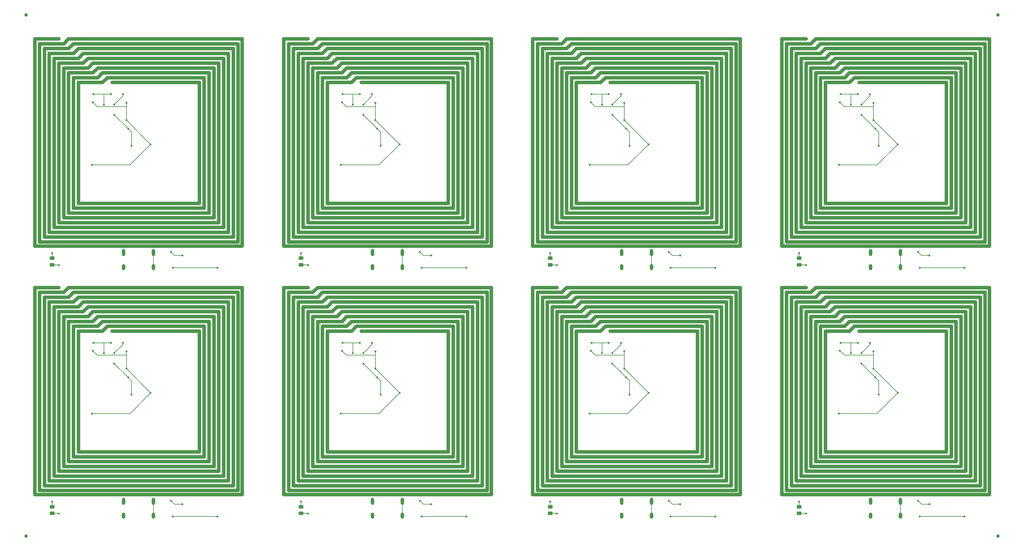
<source format=gbr>
%TF.GenerationSoftware,KiCad,Pcbnew,8.0.9-8.0.9-0~ubuntu24.04.1*%
%TF.CreationDate,2025-07-17T17:50:55+05:00*%
%TF.ProjectId,panel_170725,70616e65-6c5f-4313-9730-3732352e6b69,rev?*%
%TF.SameCoordinates,Original*%
%TF.FileFunction,Copper,L2,Bot*%
%TF.FilePolarity,Positive*%
%FSLAX46Y46*%
G04 Gerber Fmt 4.6, Leading zero omitted, Abs format (unit mm)*
G04 Created by KiCad (PCBNEW 8.0.9-8.0.9-0~ubuntu24.04.1) date 2025-07-17 17:50:55*
%MOMM*%
%LPD*%
G01*
G04 APERTURE LIST*
G04 Aperture macros list*
%AMRoundRect*
0 Rectangle with rounded corners*
0 $1 Rounding radius*
0 $2 $3 $4 $5 $6 $7 $8 $9 X,Y pos of 4 corners*
0 Add a 4 corners polygon primitive as box body*
4,1,4,$2,$3,$4,$5,$6,$7,$8,$9,$2,$3,0*
0 Add four circle primitives for the rounded corners*
1,1,$1+$1,$2,$3*
1,1,$1+$1,$4,$5*
1,1,$1+$1,$6,$7*
1,1,$1+$1,$8,$9*
0 Add four rect primitives between the rounded corners*
20,1,$1+$1,$2,$3,$4,$5,0*
20,1,$1+$1,$4,$5,$6,$7,0*
20,1,$1+$1,$6,$7,$8,$9,0*
20,1,$1+$1,$8,$9,$2,$3,0*%
G04 Aperture macros list end*
%TA.AperFunction,ComponentPad*%
%ADD10O,1.000000X2.100000*%
%TD*%
%TA.AperFunction,ComponentPad*%
%ADD11O,1.000000X1.800000*%
%TD*%
%TA.AperFunction,SMDPad,CuDef*%
%ADD12C,1.000000*%
%TD*%
%TA.AperFunction,SMDPad,CuDef*%
%ADD13RoundRect,0.243750X-0.456250X0.243750X-0.456250X-0.243750X0.456250X-0.243750X0.456250X0.243750X0*%
%TD*%
%TA.AperFunction,ViaPad*%
%ADD14C,0.600000*%
%TD*%
%TA.AperFunction,Conductor*%
%ADD15C,0.200000*%
%TD*%
%TA.AperFunction,Conductor*%
%ADD16C,1.000000*%
%TD*%
G04 APERTURE END LIST*
D10*
%TO.P,J1,S1,SHIELD*%
%TO.N,Board_1-GND*%
X108180000Y-91396500D03*
D11*
X108180000Y-95576500D03*
D10*
X116820000Y-91396500D03*
D11*
X116820000Y-95576500D03*
%TD*%
D10*
%TO.P,J1,S1,SHIELD*%
%TO.N,Board_5-GND*%
X108180000Y-163396500D03*
D11*
X108180000Y-167576500D03*
D10*
X116820000Y-163396500D03*
D11*
X116820000Y-167576500D03*
%TD*%
D10*
%TO.P,J1,S1,SHIELD*%
%TO.N,Board_6-GND*%
X180180000Y-163396500D03*
D11*
X180180000Y-167576500D03*
D10*
X188820000Y-163396500D03*
D11*
X188820000Y-167576500D03*
%TD*%
D10*
%TO.P,J1,S1,SHIELD*%
%TO.N,Board_2-GND*%
X180180000Y-91396500D03*
D11*
X180180000Y-95576500D03*
D10*
X188820000Y-91396500D03*
D11*
X188820000Y-95576500D03*
%TD*%
D10*
%TO.P,J1,S1,SHIELD*%
%TO.N,Board_7-GND*%
X252180000Y-163396500D03*
D11*
X252180000Y-167576500D03*
D10*
X260820000Y-163396500D03*
D11*
X260820000Y-167576500D03*
%TD*%
D10*
%TO.P,J1,S1,SHIELD*%
%TO.N,Board_3-GND*%
X252180000Y-91396500D03*
D11*
X252180000Y-95576500D03*
D10*
X260820000Y-91396500D03*
D11*
X260820000Y-95576500D03*
%TD*%
D10*
%TO.P,J1,S1,SHIELD*%
%TO.N,Board_4-GND*%
X36180000Y-163396500D03*
D11*
X36180000Y-167576500D03*
D10*
X44820000Y-163396500D03*
D11*
X44820000Y-167576500D03*
%TD*%
D10*
%TO.P,J1,S1,SHIELD*%
%TO.N,Board_0-GND*%
X36180000Y-91396500D03*
D11*
X36180000Y-95576500D03*
D10*
X44820000Y-91396500D03*
D11*
X44820000Y-95576500D03*
%TD*%
D12*
%TO.P,KiKit_FID_B_4,*%
%TO.N,*%
X289000000Y-173503500D03*
%TD*%
D13*
%TO.P,D1,1,K*%
%TO.N,Board_7-Net-(D1-K)*%
X231500000Y-165001500D03*
%TO.P,D1,2,A*%
%TO.N,Board_7-+3.3V*%
X231500000Y-166876500D03*
%TD*%
%TO.P,D1,1,K*%
%TO.N,Board_6-Net-(D1-K)*%
X159500000Y-165001500D03*
%TO.P,D1,2,A*%
%TO.N,Board_6-+3.3V*%
X159500000Y-166876500D03*
%TD*%
%TO.P,D1,1,K*%
%TO.N,Board_0-Net-(D1-K)*%
X15500000Y-93001500D03*
%TO.P,D1,2,A*%
%TO.N,Board_0-+3.3V*%
X15500000Y-94876500D03*
%TD*%
D12*
%TO.P,KiKit_FID_B_3,*%
%TO.N,*%
X8000000Y-173503500D03*
%TD*%
D13*
%TO.P,D1,1,K*%
%TO.N,Board_3-Net-(D1-K)*%
X231500000Y-93001500D03*
%TO.P,D1,2,A*%
%TO.N,Board_3-+3.3V*%
X231500000Y-94876500D03*
%TD*%
D12*
%TO.P,KiKit_FID_B_1,*%
%TO.N,*%
X8000000Y-22500000D03*
%TD*%
D13*
%TO.P,D1,1,K*%
%TO.N,Board_5-Net-(D1-K)*%
X87500000Y-165001500D03*
%TO.P,D1,2,A*%
%TO.N,Board_5-+3.3V*%
X87500000Y-166876500D03*
%TD*%
%TO.P,D1,1,K*%
%TO.N,Board_1-Net-(D1-K)*%
X87500000Y-93001500D03*
%TO.P,D1,2,A*%
%TO.N,Board_1-+3.3V*%
X87500000Y-94876500D03*
%TD*%
D12*
%TO.P,KiKit_FID_B_2,*%
%TO.N,*%
X289000000Y-22500000D03*
%TD*%
D13*
%TO.P,D1,1,K*%
%TO.N,Board_4-Net-(D1-K)*%
X15500000Y-165001500D03*
%TO.P,D1,2,A*%
%TO.N,Board_4-+3.3V*%
X15500000Y-166876500D03*
%TD*%
%TO.P,D1,1,K*%
%TO.N,Board_2-Net-(D1-K)*%
X159500000Y-93001500D03*
%TO.P,D1,2,A*%
%TO.N,Board_2-+3.3V*%
X159500000Y-94876500D03*
%TD*%
D14*
%TO.N,Board_0-+3.3V*%
X17500000Y-95001500D03*
X27300000Y-47801500D03*
X44000000Y-60001500D03*
X37000000Y-48001500D03*
X37000000Y-53001500D03*
X27000000Y-66001500D03*
%TO.N,Board_0-GND*%
X38500000Y-60489500D03*
X33500000Y-48501500D03*
X30500000Y-48501500D03*
X37500000Y-55501500D03*
X33500000Y-51501500D03*
X32500000Y-45501500D03*
X36000000Y-45501500D03*
X27500000Y-45501500D03*
X53172000Y-92239500D03*
X49870000Y-91223500D03*
%TO.N,Board_0-Net-(D1-K)*%
X15500000Y-91501500D03*
%TO.N,Board_0-Net-(U1-NFC1{slash}P0.09)*%
X32900000Y-42101500D03*
X17500000Y-29501500D03*
%TO.N,Board_0-Net-(U3-V_{CC})*%
X50378000Y-95795500D03*
X63332000Y-95795500D03*
%TO.N,Board_1-+3.3V*%
X116000000Y-60001500D03*
X99000000Y-66001500D03*
X99300000Y-47801500D03*
X89500000Y-95001500D03*
X109000000Y-53001500D03*
X109000000Y-48001500D03*
%TO.N,Board_1-GND*%
X104500000Y-45501500D03*
X99500000Y-45501500D03*
X105500000Y-51501500D03*
X105500000Y-48501500D03*
X110500000Y-60489500D03*
X121870000Y-91223500D03*
X109500000Y-55501500D03*
X102500000Y-48501500D03*
X108000000Y-45501500D03*
X125172000Y-92239500D03*
%TO.N,Board_1-Net-(D1-K)*%
X87500000Y-91501500D03*
%TO.N,Board_1-Net-(U1-NFC1{slash}P0.09)*%
X104900000Y-42101500D03*
X89500000Y-29501500D03*
%TO.N,Board_1-Net-(U3-V_{CC})*%
X135332000Y-95795500D03*
X122378000Y-95795500D03*
%TO.N,Board_2-+3.3V*%
X171000000Y-66001500D03*
X161500000Y-95001500D03*
X171300000Y-47801500D03*
X181000000Y-48001500D03*
X181000000Y-53001500D03*
X188000000Y-60001500D03*
%TO.N,Board_2-GND*%
X197172000Y-92239500D03*
X177500000Y-48501500D03*
X180000000Y-45501500D03*
X171500000Y-45501500D03*
X174500000Y-48501500D03*
X181500000Y-55501500D03*
X182500000Y-60489500D03*
X193870000Y-91223500D03*
X177500000Y-51501500D03*
X176500000Y-45501500D03*
%TO.N,Board_2-Net-(D1-K)*%
X159500000Y-91501500D03*
%TO.N,Board_2-Net-(U1-NFC1{slash}P0.09)*%
X176900000Y-42101500D03*
X161500000Y-29501500D03*
%TO.N,Board_2-Net-(U3-V_{CC})*%
X207332000Y-95795500D03*
X194378000Y-95795500D03*
%TO.N,Board_3-+3.3V*%
X260000000Y-60001500D03*
X253000000Y-53001500D03*
X253000000Y-48001500D03*
X233500000Y-95001500D03*
X243300000Y-47801500D03*
X243000000Y-66001500D03*
%TO.N,Board_3-GND*%
X249500000Y-48501500D03*
X254500000Y-60489500D03*
X269172000Y-92239500D03*
X248500000Y-45501500D03*
X253500000Y-55501500D03*
X252000000Y-45501500D03*
X265870000Y-91223500D03*
X243500000Y-45501500D03*
X249500000Y-51501500D03*
X246500000Y-48501500D03*
%TO.N,Board_3-Net-(D1-K)*%
X231500000Y-91501500D03*
%TO.N,Board_3-Net-(U1-NFC1{slash}P0.09)*%
X248900000Y-42101500D03*
X233500000Y-29501500D03*
%TO.N,Board_3-Net-(U3-V_{CC})*%
X266378000Y-95795500D03*
X279332000Y-95795500D03*
%TO.N,Board_4-+3.3V*%
X27000000Y-138001500D03*
X27300000Y-119801500D03*
X37000000Y-125001500D03*
X17500000Y-167001500D03*
X37000000Y-120001500D03*
X44000000Y-132001500D03*
%TO.N,Board_4-GND*%
X36000000Y-117501500D03*
X37500000Y-127501500D03*
X33500000Y-120501500D03*
X33500000Y-123501500D03*
X32500000Y-117501500D03*
X53172000Y-164239500D03*
X49870000Y-163223500D03*
X30500000Y-120501500D03*
X27500000Y-117501500D03*
X38500000Y-132489500D03*
%TO.N,Board_4-Net-(D1-K)*%
X15500000Y-163501500D03*
%TO.N,Board_4-Net-(U1-NFC1{slash}P0.09)*%
X17500000Y-101501500D03*
X32900000Y-114101500D03*
%TO.N,Board_4-Net-(U3-V_{CC})*%
X63332000Y-167795500D03*
X50378000Y-167795500D03*
%TO.N,Board_5-+3.3V*%
X109000000Y-125001500D03*
X109000000Y-120001500D03*
X89500000Y-167001500D03*
X99300000Y-119801500D03*
X116000000Y-132001500D03*
X99000000Y-138001500D03*
%TO.N,Board_5-GND*%
X110500000Y-132489500D03*
X105500000Y-123501500D03*
X108000000Y-117501500D03*
X121870000Y-163223500D03*
X102500000Y-120501500D03*
X125172000Y-164239500D03*
X109500000Y-127501500D03*
X99500000Y-117501500D03*
X105500000Y-120501500D03*
X104500000Y-117501500D03*
%TO.N,Board_5-Net-(D1-K)*%
X87500000Y-163501500D03*
%TO.N,Board_5-Net-(U1-NFC1{slash}P0.09)*%
X104900000Y-114101500D03*
X89500000Y-101501500D03*
%TO.N,Board_5-Net-(U3-V_{CC})*%
X135332000Y-167795500D03*
X122378000Y-167795500D03*
%TO.N,Board_6-+3.3V*%
X161500000Y-167001500D03*
X188000000Y-132001500D03*
X181000000Y-120001500D03*
X171300000Y-119801500D03*
X171000000Y-138001500D03*
X181000000Y-125001500D03*
%TO.N,Board_6-GND*%
X177500000Y-123501500D03*
X176500000Y-117501500D03*
X193870000Y-163223500D03*
X182500000Y-132489500D03*
X171500000Y-117501500D03*
X181500000Y-127501500D03*
X197172000Y-164239500D03*
X174500000Y-120501500D03*
X180000000Y-117501500D03*
X177500000Y-120501500D03*
%TO.N,Board_6-Net-(D1-K)*%
X159500000Y-163501500D03*
%TO.N,Board_6-Net-(U1-NFC1{slash}P0.09)*%
X161500000Y-101501500D03*
X176900000Y-114101500D03*
%TO.N,Board_6-Net-(U3-V_{CC})*%
X194378000Y-167795500D03*
X207332000Y-167795500D03*
%TO.N,Board_7-+3.3V*%
X233500000Y-167001500D03*
X260000000Y-132001500D03*
X243300000Y-119801500D03*
X253000000Y-120001500D03*
X253000000Y-125001500D03*
X243000000Y-138001500D03*
%TO.N,Board_7-GND*%
X248500000Y-117501500D03*
X249500000Y-120501500D03*
X246500000Y-120501500D03*
X265870000Y-163223500D03*
X253500000Y-127501500D03*
X249500000Y-123501500D03*
X269172000Y-164239500D03*
X243500000Y-117501500D03*
X252000000Y-117501500D03*
X254500000Y-132489500D03*
%TO.N,Board_7-Net-(D1-K)*%
X231500000Y-163501500D03*
%TO.N,Board_7-Net-(U1-NFC1{slash}P0.09)*%
X248900000Y-114101500D03*
X233500000Y-101501500D03*
%TO.N,Board_7-Net-(U3-V_{CC})*%
X279332000Y-167795500D03*
X266378000Y-167795500D03*
%TD*%
D15*
%TO.N,Board_0-+3.3V*%
X17375000Y-94876500D02*
X15500000Y-94876500D01*
X44000000Y-60001500D02*
X37000000Y-53001500D01*
X36900000Y-49101500D02*
X37000000Y-49001500D01*
X38000000Y-66001500D02*
X44000000Y-60001500D01*
X17500000Y-95001500D02*
X17375000Y-94876500D01*
X27300000Y-47801500D02*
X28600000Y-49101500D01*
X37000000Y-49001500D02*
X37000000Y-53001500D01*
X37000000Y-48001500D02*
X37000000Y-49001500D01*
X27000000Y-66001500D02*
X38000000Y-66001500D01*
X28600000Y-49101500D02*
X36900000Y-49101500D01*
%TO.N,Board_0-GND*%
X27500000Y-45501500D02*
X29500000Y-45501500D01*
X38500000Y-60489500D02*
X38500000Y-56501500D01*
X44820000Y-91396500D02*
X44820000Y-95576500D01*
X37500000Y-55501500D02*
X33500000Y-51501500D01*
X29500000Y-45501500D02*
X32500000Y-45501500D01*
X50886000Y-92239500D02*
X49870000Y-91223500D01*
X33500000Y-48501500D02*
X36000000Y-46001500D01*
X30500000Y-48501500D02*
X30500000Y-45501500D01*
X53172000Y-92239500D02*
X50886000Y-92239500D01*
X36000000Y-46001500D02*
X36000000Y-45501500D01*
X38500000Y-56501500D02*
X37500000Y-55501500D01*
%TO.N,Board_0-Net-(D1-K)*%
X15500000Y-91501500D02*
X15500000Y-93001500D01*
D16*
%TO.N,Board_0-Net-(U1-NFC1{slash}P0.09)*%
X20300000Y-32301500D02*
X13300000Y-32301500D01*
X21700000Y-33701500D02*
X14700000Y-33701500D01*
X67900000Y-32301500D02*
X23100000Y-32301500D01*
X23100000Y-35101500D02*
X16100000Y-35101500D01*
X17500000Y-36501500D02*
X17500000Y-82701500D01*
X58100000Y-42101500D02*
X32900000Y-42101500D01*
X20300000Y-39301500D02*
X20300000Y-79901500D01*
X58100000Y-77101500D02*
X58100000Y-42101500D01*
X60900000Y-79901500D02*
X60900000Y-39301500D01*
X27300000Y-39301500D02*
X20300000Y-39301500D01*
X27300000Y-36501500D02*
X25900000Y-37901500D01*
X30100000Y-42101500D02*
X28700000Y-42101500D01*
X65100000Y-35101500D02*
X25900000Y-35101500D01*
X60900000Y-39301500D02*
X30100000Y-39301500D01*
X66500000Y-85501500D02*
X66500000Y-33701500D01*
X63700000Y-36501500D02*
X27300000Y-36501500D01*
X17400000Y-29501500D02*
X17500000Y-29501500D01*
X10500000Y-89501500D02*
X70500000Y-89501500D01*
X70500000Y-89501500D02*
X70500000Y-29501500D01*
X13300000Y-86901500D02*
X67900000Y-86901500D01*
X21700000Y-78501500D02*
X59500000Y-78501500D01*
X10500000Y-29501500D02*
X10500000Y-89501500D01*
X24500000Y-36501500D02*
X17500000Y-36501500D01*
X23100000Y-32301500D02*
X21700000Y-33701500D01*
X17500000Y-29501500D02*
X10500000Y-29501500D01*
X65100000Y-84101500D02*
X65100000Y-35101500D01*
X28700000Y-42101500D02*
X23100000Y-42101500D01*
X23100000Y-77101500D02*
X58100000Y-77101500D01*
X69300000Y-30901500D02*
X21700000Y-30901500D01*
X14700000Y-33701500D02*
X14700000Y-85501500D01*
X69300000Y-88301500D02*
X69300000Y-30901500D01*
X18900000Y-30901500D02*
X11900000Y-30901500D01*
X30100000Y-39301500D02*
X28700000Y-40701500D01*
X25900000Y-35101500D02*
X24500000Y-36501500D01*
X21700000Y-30901500D02*
X20300000Y-32301500D01*
X23100000Y-42101500D02*
X23100000Y-77101500D01*
X66500000Y-33701500D02*
X24500000Y-33701500D01*
X62300000Y-37901500D02*
X28700000Y-37901500D01*
X20300000Y-79901500D02*
X60900000Y-79901500D01*
X31500000Y-40701500D02*
X30100000Y-42101500D01*
X14700000Y-85501500D02*
X66500000Y-85501500D01*
X17500000Y-82701500D02*
X63700000Y-82701500D01*
X25900000Y-37901500D02*
X18900000Y-37901500D01*
X28700000Y-40701500D02*
X21700000Y-40701500D01*
X70500000Y-29501500D02*
X20300000Y-29501500D01*
X63700000Y-82701500D02*
X63700000Y-36501500D01*
X28700000Y-37901500D02*
X27300000Y-39301500D01*
X18900000Y-37901500D02*
X18900000Y-81301500D01*
X20300000Y-29501500D02*
X18900000Y-30901500D01*
X13300000Y-32301500D02*
X13300000Y-86901500D01*
X18900000Y-81301500D02*
X62300000Y-81301500D01*
X11900000Y-30901500D02*
X11900000Y-88301500D01*
X59500000Y-40701500D02*
X31500000Y-40701500D01*
X62300000Y-81301500D02*
X62300000Y-37901500D01*
X59500000Y-78501500D02*
X59500000Y-40701500D01*
X21700000Y-40701500D02*
X21700000Y-78501500D01*
X11900000Y-88301500D02*
X69300000Y-88301500D01*
X16100000Y-35101500D02*
X16100000Y-84101500D01*
X24500000Y-33701500D02*
X23100000Y-35101500D01*
X67900000Y-86901500D02*
X67900000Y-32301500D01*
X16100000Y-84101500D02*
X65100000Y-84101500D01*
D15*
%TO.N,Board_0-Net-(U3-V_{CC})*%
X63332000Y-95795500D02*
X50378000Y-95795500D01*
%TO.N,Board_1-+3.3V*%
X100600000Y-49101500D02*
X108900000Y-49101500D01*
X89375000Y-94876500D02*
X87500000Y-94876500D01*
X116000000Y-60001500D02*
X109000000Y-53001500D01*
X89500000Y-95001500D02*
X89375000Y-94876500D01*
X109000000Y-48001500D02*
X109000000Y-49001500D01*
X99300000Y-47801500D02*
X100600000Y-49101500D01*
X110000000Y-66001500D02*
X116000000Y-60001500D01*
X109000000Y-49001500D02*
X109000000Y-53001500D01*
X108900000Y-49101500D02*
X109000000Y-49001500D01*
X99000000Y-66001500D02*
X110000000Y-66001500D01*
%TO.N,Board_1-GND*%
X108000000Y-46001500D02*
X108000000Y-45501500D01*
X125172000Y-92239500D02*
X122886000Y-92239500D01*
X99500000Y-45501500D02*
X101500000Y-45501500D01*
X105500000Y-48501500D02*
X108000000Y-46001500D01*
X110500000Y-56501500D02*
X109500000Y-55501500D01*
X116820000Y-91396500D02*
X116820000Y-95576500D01*
X122886000Y-92239500D02*
X121870000Y-91223500D01*
X110500000Y-60489500D02*
X110500000Y-56501500D01*
X102500000Y-48501500D02*
X102500000Y-45501500D01*
X101500000Y-45501500D02*
X104500000Y-45501500D01*
X109500000Y-55501500D02*
X105500000Y-51501500D01*
%TO.N,Board_1-Net-(D1-K)*%
X87500000Y-91501500D02*
X87500000Y-93001500D01*
D16*
%TO.N,Board_1-Net-(U1-NFC1{slash}P0.09)*%
X142500000Y-29501500D02*
X92300000Y-29501500D01*
X137100000Y-84101500D02*
X137100000Y-35101500D01*
X95100000Y-35101500D02*
X88100000Y-35101500D01*
X86700000Y-85501500D02*
X138500000Y-85501500D01*
X85300000Y-32301500D02*
X85300000Y-86901500D01*
X90900000Y-37901500D02*
X90900000Y-81301500D01*
X130100000Y-42101500D02*
X104900000Y-42101500D01*
X137100000Y-35101500D02*
X97900000Y-35101500D01*
X134300000Y-81301500D02*
X134300000Y-37901500D01*
X131500000Y-78501500D02*
X131500000Y-40701500D01*
X95100000Y-32301500D02*
X93700000Y-33701500D01*
X83900000Y-30901500D02*
X83900000Y-88301500D01*
X86700000Y-33701500D02*
X86700000Y-85501500D01*
X93700000Y-30901500D02*
X92300000Y-32301500D01*
X103500000Y-40701500D02*
X102100000Y-42101500D01*
X93700000Y-78501500D02*
X131500000Y-78501500D01*
X92300000Y-39301500D02*
X92300000Y-79901500D01*
X100700000Y-42101500D02*
X95100000Y-42101500D01*
X138500000Y-33701500D02*
X96500000Y-33701500D01*
X97900000Y-35101500D02*
X96500000Y-36501500D01*
X132900000Y-39301500D02*
X102100000Y-39301500D01*
X92300000Y-29501500D02*
X90900000Y-30901500D01*
X85300000Y-86901500D02*
X139900000Y-86901500D01*
X95100000Y-42101500D02*
X95100000Y-77101500D01*
X89500000Y-82701500D02*
X135700000Y-82701500D01*
X134300000Y-37901500D02*
X100700000Y-37901500D01*
X92300000Y-32301500D02*
X85300000Y-32301500D01*
X139900000Y-32301500D02*
X95100000Y-32301500D01*
X100700000Y-37901500D02*
X99300000Y-39301500D01*
X92300000Y-79901500D02*
X132900000Y-79901500D01*
X89400000Y-29501500D02*
X89500000Y-29501500D01*
X97900000Y-37901500D02*
X90900000Y-37901500D01*
X132900000Y-79901500D02*
X132900000Y-39301500D01*
X141300000Y-88301500D02*
X141300000Y-30901500D01*
X130100000Y-77101500D02*
X130100000Y-42101500D01*
X99300000Y-39301500D02*
X92300000Y-39301500D01*
X93700000Y-40701500D02*
X93700000Y-78501500D01*
X96500000Y-33701500D02*
X95100000Y-35101500D01*
X131500000Y-40701500D02*
X103500000Y-40701500D01*
X139900000Y-86901500D02*
X139900000Y-32301500D01*
X83900000Y-88301500D02*
X141300000Y-88301500D01*
X90900000Y-30901500D02*
X83900000Y-30901500D01*
X100700000Y-40701500D02*
X93700000Y-40701500D01*
X102100000Y-42101500D02*
X100700000Y-42101500D01*
X82500000Y-89501500D02*
X142500000Y-89501500D01*
X95100000Y-77101500D02*
X130100000Y-77101500D01*
X138500000Y-85501500D02*
X138500000Y-33701500D01*
X141300000Y-30901500D02*
X93700000Y-30901500D01*
X89500000Y-29501500D02*
X82500000Y-29501500D01*
X82500000Y-29501500D02*
X82500000Y-89501500D01*
X96500000Y-36501500D02*
X89500000Y-36501500D01*
X93700000Y-33701500D02*
X86700000Y-33701500D01*
X90900000Y-81301500D02*
X134300000Y-81301500D01*
X88100000Y-35101500D02*
X88100000Y-84101500D01*
X89500000Y-36501500D02*
X89500000Y-82701500D01*
X135700000Y-36501500D02*
X99300000Y-36501500D01*
X99300000Y-36501500D02*
X97900000Y-37901500D01*
X142500000Y-89501500D02*
X142500000Y-29501500D01*
X88100000Y-84101500D02*
X137100000Y-84101500D01*
X102100000Y-39301500D02*
X100700000Y-40701500D01*
X135700000Y-82701500D02*
X135700000Y-36501500D01*
D15*
%TO.N,Board_1-Net-(U3-V_{CC})*%
X135332000Y-95795500D02*
X122378000Y-95795500D01*
%TO.N,Board_2-+3.3V*%
X180900000Y-49101500D02*
X181000000Y-49001500D01*
X161375000Y-94876500D02*
X159500000Y-94876500D01*
X181000000Y-49001500D02*
X181000000Y-53001500D01*
X161500000Y-95001500D02*
X161375000Y-94876500D01*
X172600000Y-49101500D02*
X180900000Y-49101500D01*
X182000000Y-66001500D02*
X188000000Y-60001500D01*
X171300000Y-47801500D02*
X172600000Y-49101500D01*
X171000000Y-66001500D02*
X182000000Y-66001500D01*
X188000000Y-60001500D02*
X181000000Y-53001500D01*
X181000000Y-48001500D02*
X181000000Y-49001500D01*
%TO.N,Board_2-GND*%
X188820000Y-91396500D02*
X188820000Y-95576500D01*
X182500000Y-60489500D02*
X182500000Y-56501500D01*
X171500000Y-45501500D02*
X173500000Y-45501500D01*
X181500000Y-55501500D02*
X177500000Y-51501500D01*
X177500000Y-48501500D02*
X180000000Y-46001500D01*
X194886000Y-92239500D02*
X193870000Y-91223500D01*
X174500000Y-48501500D02*
X174500000Y-45501500D01*
X180000000Y-46001500D02*
X180000000Y-45501500D01*
X173500000Y-45501500D02*
X176500000Y-45501500D01*
X182500000Y-56501500D02*
X181500000Y-55501500D01*
X197172000Y-92239500D02*
X194886000Y-92239500D01*
%TO.N,Board_2-Net-(D1-K)*%
X159500000Y-91501500D02*
X159500000Y-93001500D01*
D16*
%TO.N,Board_2-Net-(U1-NFC1{slash}P0.09)*%
X213300000Y-30901500D02*
X165700000Y-30901500D01*
X161500000Y-29501500D02*
X154500000Y-29501500D01*
X206300000Y-37901500D02*
X172700000Y-37901500D01*
X211900000Y-86901500D02*
X211900000Y-32301500D01*
X164300000Y-79901500D02*
X204900000Y-79901500D01*
X154500000Y-89501500D02*
X214500000Y-89501500D01*
X161500000Y-82701500D02*
X207700000Y-82701500D01*
X214500000Y-89501500D02*
X214500000Y-29501500D01*
X168500000Y-33701500D02*
X167100000Y-35101500D01*
X155900000Y-88301500D02*
X213300000Y-88301500D01*
X169900000Y-35101500D02*
X168500000Y-36501500D01*
X204900000Y-79901500D02*
X204900000Y-39301500D01*
X158700000Y-85501500D02*
X210500000Y-85501500D01*
X171300000Y-39301500D02*
X164300000Y-39301500D01*
X207700000Y-36501500D02*
X171300000Y-36501500D01*
X164300000Y-32301500D02*
X157300000Y-32301500D01*
X165700000Y-40701500D02*
X165700000Y-78501500D01*
X165700000Y-78501500D02*
X203500000Y-78501500D01*
X202100000Y-77101500D02*
X202100000Y-42101500D01*
X162900000Y-37901500D02*
X162900000Y-81301500D01*
X164300000Y-39301500D02*
X164300000Y-79901500D01*
X157300000Y-86901500D02*
X211900000Y-86901500D01*
X158700000Y-33701500D02*
X158700000Y-85501500D01*
X203500000Y-40701500D02*
X175500000Y-40701500D01*
X174100000Y-42101500D02*
X172700000Y-42101500D01*
X211900000Y-32301500D02*
X167100000Y-32301500D01*
X202100000Y-42101500D02*
X176900000Y-42101500D01*
X167100000Y-77101500D02*
X202100000Y-77101500D01*
X214500000Y-29501500D02*
X164300000Y-29501500D01*
X155900000Y-30901500D02*
X155900000Y-88301500D01*
X165700000Y-30901500D02*
X164300000Y-32301500D01*
X209100000Y-84101500D02*
X209100000Y-35101500D01*
X160100000Y-35101500D02*
X160100000Y-84101500D01*
X161500000Y-36501500D02*
X161500000Y-82701500D01*
X168500000Y-36501500D02*
X161500000Y-36501500D01*
X209100000Y-35101500D02*
X169900000Y-35101500D01*
X210500000Y-33701500D02*
X168500000Y-33701500D01*
X165700000Y-33701500D02*
X158700000Y-33701500D01*
X174100000Y-39301500D02*
X172700000Y-40701500D01*
X207700000Y-82701500D02*
X207700000Y-36501500D01*
X154500000Y-29501500D02*
X154500000Y-89501500D01*
X169900000Y-37901500D02*
X162900000Y-37901500D01*
X206300000Y-81301500D02*
X206300000Y-37901500D01*
X204900000Y-39301500D02*
X174100000Y-39301500D01*
X203500000Y-78501500D02*
X203500000Y-40701500D01*
X172700000Y-42101500D02*
X167100000Y-42101500D01*
X164300000Y-29501500D02*
X162900000Y-30901500D01*
X171300000Y-36501500D02*
X169900000Y-37901500D01*
X172700000Y-40701500D02*
X165700000Y-40701500D01*
X161400000Y-29501500D02*
X161500000Y-29501500D01*
X162900000Y-30901500D02*
X155900000Y-30901500D01*
X167100000Y-32301500D02*
X165700000Y-33701500D01*
X210500000Y-85501500D02*
X210500000Y-33701500D01*
X157300000Y-32301500D02*
X157300000Y-86901500D01*
X162900000Y-81301500D02*
X206300000Y-81301500D01*
X167100000Y-42101500D02*
X167100000Y-77101500D01*
X175500000Y-40701500D02*
X174100000Y-42101500D01*
X172700000Y-37901500D02*
X171300000Y-39301500D01*
X167100000Y-35101500D02*
X160100000Y-35101500D01*
X160100000Y-84101500D02*
X209100000Y-84101500D01*
X213300000Y-88301500D02*
X213300000Y-30901500D01*
D15*
%TO.N,Board_2-Net-(U3-V_{CC})*%
X207332000Y-95795500D02*
X194378000Y-95795500D01*
%TO.N,Board_3-+3.3V*%
X233375000Y-94876500D02*
X231500000Y-94876500D01*
X260000000Y-60001500D02*
X253000000Y-53001500D01*
X254000000Y-66001500D02*
X260000000Y-60001500D01*
X233500000Y-95001500D02*
X233375000Y-94876500D01*
X243000000Y-66001500D02*
X254000000Y-66001500D01*
X252900000Y-49101500D02*
X253000000Y-49001500D01*
X253000000Y-48001500D02*
X253000000Y-49001500D01*
X244600000Y-49101500D02*
X252900000Y-49101500D01*
X253000000Y-49001500D02*
X253000000Y-53001500D01*
X243300000Y-47801500D02*
X244600000Y-49101500D01*
%TO.N,Board_3-GND*%
X243500000Y-45501500D02*
X245500000Y-45501500D01*
X249500000Y-48501500D02*
X252000000Y-46001500D01*
X269172000Y-92239500D02*
X266886000Y-92239500D01*
X266886000Y-92239500D02*
X265870000Y-91223500D01*
X252000000Y-46001500D02*
X252000000Y-45501500D01*
X254500000Y-60489500D02*
X254500000Y-56501500D01*
X253500000Y-55501500D02*
X249500000Y-51501500D01*
X246500000Y-48501500D02*
X246500000Y-45501500D01*
X245500000Y-45501500D02*
X248500000Y-45501500D01*
X260820000Y-91396500D02*
X260820000Y-95576500D01*
X254500000Y-56501500D02*
X253500000Y-55501500D01*
%TO.N,Board_3-Net-(D1-K)*%
X231500000Y-91501500D02*
X231500000Y-93001500D01*
D16*
%TO.N,Board_3-Net-(U1-NFC1{slash}P0.09)*%
X232100000Y-84101500D02*
X281100000Y-84101500D01*
X275500000Y-40701500D02*
X247500000Y-40701500D01*
X236300000Y-32301500D02*
X229300000Y-32301500D01*
X234900000Y-30901500D02*
X227900000Y-30901500D01*
X243300000Y-39301500D02*
X236300000Y-39301500D01*
X229300000Y-32301500D02*
X229300000Y-86901500D01*
X236300000Y-79901500D02*
X276900000Y-79901500D01*
X232100000Y-35101500D02*
X232100000Y-84101500D01*
X236300000Y-39301500D02*
X236300000Y-79901500D01*
X281100000Y-84101500D02*
X281100000Y-35101500D01*
X237700000Y-33701500D02*
X230700000Y-33701500D01*
X276900000Y-79901500D02*
X276900000Y-39301500D01*
X233400000Y-29501500D02*
X233500000Y-29501500D01*
X274100000Y-77101500D02*
X274100000Y-42101500D01*
X234900000Y-37901500D02*
X234900000Y-81301500D01*
X246100000Y-39301500D02*
X244700000Y-40701500D01*
X278300000Y-81301500D02*
X278300000Y-37901500D01*
X239100000Y-42101500D02*
X239100000Y-77101500D01*
X240500000Y-36501500D02*
X233500000Y-36501500D01*
X244700000Y-40701500D02*
X237700000Y-40701500D01*
X243300000Y-36501500D02*
X241900000Y-37901500D01*
X286500000Y-29501500D02*
X236300000Y-29501500D01*
X226500000Y-89501500D02*
X286500000Y-89501500D01*
X246100000Y-42101500D02*
X244700000Y-42101500D01*
X276900000Y-39301500D02*
X246100000Y-39301500D01*
X240500000Y-33701500D02*
X239100000Y-35101500D01*
X237700000Y-30901500D02*
X236300000Y-32301500D01*
X233500000Y-29501500D02*
X226500000Y-29501500D01*
X279700000Y-82701500D02*
X279700000Y-36501500D01*
X275500000Y-78501500D02*
X275500000Y-40701500D01*
X244700000Y-37901500D02*
X243300000Y-39301500D01*
X234900000Y-81301500D02*
X278300000Y-81301500D01*
X281100000Y-35101500D02*
X241900000Y-35101500D01*
X285300000Y-30901500D02*
X237700000Y-30901500D01*
X244700000Y-42101500D02*
X239100000Y-42101500D01*
X227900000Y-30901500D02*
X227900000Y-88301500D01*
X239100000Y-77101500D02*
X274100000Y-77101500D01*
X247500000Y-40701500D02*
X246100000Y-42101500D01*
X286500000Y-89501500D02*
X286500000Y-29501500D01*
X237700000Y-40701500D02*
X237700000Y-78501500D01*
X229300000Y-86901500D02*
X283900000Y-86901500D01*
X233500000Y-36501500D02*
X233500000Y-82701500D01*
X274100000Y-42101500D02*
X248900000Y-42101500D01*
X285300000Y-88301500D02*
X285300000Y-30901500D01*
X230700000Y-33701500D02*
X230700000Y-85501500D01*
X283900000Y-86901500D02*
X283900000Y-32301500D01*
X241900000Y-35101500D02*
X240500000Y-36501500D01*
X237700000Y-78501500D02*
X275500000Y-78501500D01*
X283900000Y-32301500D02*
X239100000Y-32301500D01*
X233500000Y-82701500D02*
X279700000Y-82701500D01*
X239100000Y-32301500D02*
X237700000Y-33701500D01*
X230700000Y-85501500D02*
X282500000Y-85501500D01*
X236300000Y-29501500D02*
X234900000Y-30901500D01*
X282500000Y-33701500D02*
X240500000Y-33701500D01*
X241900000Y-37901500D02*
X234900000Y-37901500D01*
X282500000Y-85501500D02*
X282500000Y-33701500D01*
X227900000Y-88301500D02*
X285300000Y-88301500D01*
X239100000Y-35101500D02*
X232100000Y-35101500D01*
X226500000Y-29501500D02*
X226500000Y-89501500D01*
X278300000Y-37901500D02*
X244700000Y-37901500D01*
X279700000Y-36501500D02*
X243300000Y-36501500D01*
D15*
%TO.N,Board_3-Net-(U3-V_{CC})*%
X279332000Y-95795500D02*
X266378000Y-95795500D01*
%TO.N,Board_4-+3.3V*%
X17500000Y-167001500D02*
X17375000Y-166876500D01*
X44000000Y-132001500D02*
X37000000Y-125001500D01*
X38000000Y-138001500D02*
X44000000Y-132001500D01*
X37000000Y-121001500D02*
X37000000Y-125001500D01*
X36900000Y-121101500D02*
X37000000Y-121001500D01*
X37000000Y-120001500D02*
X37000000Y-121001500D01*
X17375000Y-166876500D02*
X15500000Y-166876500D01*
X27300000Y-119801500D02*
X28600000Y-121101500D01*
X27000000Y-138001500D02*
X38000000Y-138001500D01*
X28600000Y-121101500D02*
X36900000Y-121101500D01*
%TO.N,Board_4-GND*%
X50886000Y-164239500D02*
X49870000Y-163223500D01*
X53172000Y-164239500D02*
X50886000Y-164239500D01*
X38500000Y-128501500D02*
X37500000Y-127501500D01*
X29500000Y-117501500D02*
X32500000Y-117501500D01*
X33500000Y-120501500D02*
X36000000Y-118001500D01*
X30500000Y-120501500D02*
X30500000Y-117501500D01*
X27500000Y-117501500D02*
X29500000Y-117501500D01*
X44820000Y-163396500D02*
X44820000Y-167576500D01*
X36000000Y-118001500D02*
X36000000Y-117501500D01*
X38500000Y-132489500D02*
X38500000Y-128501500D01*
X37500000Y-127501500D02*
X33500000Y-123501500D01*
%TO.N,Board_4-Net-(D1-K)*%
X15500000Y-163501500D02*
X15500000Y-165001500D01*
D16*
%TO.N,Board_4-Net-(U1-NFC1{slash}P0.09)*%
X13300000Y-104301500D02*
X13300000Y-158901500D01*
X18900000Y-109901500D02*
X18900000Y-153301500D01*
X58100000Y-149101500D02*
X58100000Y-114101500D01*
X13300000Y-158901500D02*
X67900000Y-158901500D01*
X28700000Y-112701500D02*
X21700000Y-112701500D01*
X69300000Y-160301500D02*
X69300000Y-102901500D01*
X67900000Y-104301500D02*
X23100000Y-104301500D01*
X21700000Y-102901500D02*
X20300000Y-104301500D01*
X63700000Y-154701500D02*
X63700000Y-108501500D01*
X14700000Y-157501500D02*
X66500000Y-157501500D01*
X11900000Y-102901500D02*
X11900000Y-160301500D01*
X65100000Y-107101500D02*
X25900000Y-107101500D01*
X23100000Y-104301500D02*
X21700000Y-105701500D01*
X59500000Y-150501500D02*
X59500000Y-112701500D01*
X18900000Y-153301500D02*
X62300000Y-153301500D01*
X59500000Y-112701500D02*
X31500000Y-112701500D01*
X62300000Y-109901500D02*
X28700000Y-109901500D01*
X62300000Y-153301500D02*
X62300000Y-109901500D01*
X17500000Y-154701500D02*
X63700000Y-154701500D01*
X31500000Y-112701500D02*
X30100000Y-114101500D01*
X70500000Y-101501500D02*
X20300000Y-101501500D01*
X11900000Y-160301500D02*
X69300000Y-160301500D01*
X23100000Y-107101500D02*
X16100000Y-107101500D01*
X20300000Y-111301500D02*
X20300000Y-151901500D01*
X67900000Y-158901500D02*
X67900000Y-104301500D01*
X20300000Y-101501500D02*
X18900000Y-102901500D01*
X66500000Y-105701500D02*
X24500000Y-105701500D01*
X30100000Y-111301500D02*
X28700000Y-112701500D01*
X17500000Y-108501500D02*
X17500000Y-154701500D01*
X16100000Y-107101500D02*
X16100000Y-156101500D01*
X28700000Y-114101500D02*
X23100000Y-114101500D01*
X28700000Y-109901500D02*
X27300000Y-111301500D01*
X70500000Y-161501500D02*
X70500000Y-101501500D01*
X60900000Y-151901500D02*
X60900000Y-111301500D01*
X20300000Y-104301500D02*
X13300000Y-104301500D01*
X27300000Y-111301500D02*
X20300000Y-111301500D01*
X21700000Y-105701500D02*
X14700000Y-105701500D01*
X23100000Y-114101500D02*
X23100000Y-149101500D01*
X10500000Y-101501500D02*
X10500000Y-161501500D01*
X21700000Y-150501500D02*
X59500000Y-150501500D01*
X24500000Y-105701500D02*
X23100000Y-107101500D01*
X23100000Y-149101500D02*
X58100000Y-149101500D01*
X21700000Y-112701500D02*
X21700000Y-150501500D01*
X10500000Y-161501500D02*
X70500000Y-161501500D01*
X24500000Y-108501500D02*
X17500000Y-108501500D01*
X66500000Y-157501500D02*
X66500000Y-105701500D01*
X17500000Y-101501500D02*
X10500000Y-101501500D01*
X60900000Y-111301500D02*
X30100000Y-111301500D01*
X16100000Y-156101500D02*
X65100000Y-156101500D01*
X14700000Y-105701500D02*
X14700000Y-157501500D01*
X27300000Y-108501500D02*
X25900000Y-109901500D01*
X65100000Y-156101500D02*
X65100000Y-107101500D01*
X20300000Y-151901500D02*
X60900000Y-151901500D01*
X30100000Y-114101500D02*
X28700000Y-114101500D01*
X25900000Y-109901500D02*
X18900000Y-109901500D01*
X18900000Y-102901500D02*
X11900000Y-102901500D01*
X63700000Y-108501500D02*
X27300000Y-108501500D01*
X69300000Y-102901500D02*
X21700000Y-102901500D01*
X58100000Y-114101500D02*
X32900000Y-114101500D01*
X25900000Y-107101500D02*
X24500000Y-108501500D01*
X17400000Y-101501500D02*
X17500000Y-101501500D01*
D15*
%TO.N,Board_4-Net-(U3-V_{CC})*%
X63332000Y-167795500D02*
X50378000Y-167795500D01*
%TO.N,Board_5-+3.3V*%
X99300000Y-119801500D02*
X100600000Y-121101500D01*
X99000000Y-138001500D02*
X110000000Y-138001500D01*
X89500000Y-167001500D02*
X89375000Y-166876500D01*
X108900000Y-121101500D02*
X109000000Y-121001500D01*
X110000000Y-138001500D02*
X116000000Y-132001500D01*
X89375000Y-166876500D02*
X87500000Y-166876500D01*
X116000000Y-132001500D02*
X109000000Y-125001500D01*
X100600000Y-121101500D02*
X108900000Y-121101500D01*
X109000000Y-120001500D02*
X109000000Y-121001500D01*
X109000000Y-121001500D02*
X109000000Y-125001500D01*
%TO.N,Board_5-GND*%
X116820000Y-163396500D02*
X116820000Y-167576500D01*
X110500000Y-132489500D02*
X110500000Y-128501500D01*
X122886000Y-164239500D02*
X121870000Y-163223500D01*
X102500000Y-120501500D02*
X102500000Y-117501500D01*
X110500000Y-128501500D02*
X109500000Y-127501500D01*
X105500000Y-120501500D02*
X108000000Y-118001500D01*
X101500000Y-117501500D02*
X104500000Y-117501500D01*
X109500000Y-127501500D02*
X105500000Y-123501500D01*
X108000000Y-118001500D02*
X108000000Y-117501500D01*
X99500000Y-117501500D02*
X101500000Y-117501500D01*
X125172000Y-164239500D02*
X122886000Y-164239500D01*
%TO.N,Board_5-Net-(D1-K)*%
X87500000Y-163501500D02*
X87500000Y-165001500D01*
D16*
%TO.N,Board_5-Net-(U1-NFC1{slash}P0.09)*%
X142500000Y-101501500D02*
X92300000Y-101501500D01*
X89500000Y-154701500D02*
X135700000Y-154701500D01*
X134300000Y-153301500D02*
X134300000Y-109901500D01*
X99300000Y-111301500D02*
X92300000Y-111301500D01*
X134300000Y-109901500D02*
X100700000Y-109901500D01*
X90900000Y-153301500D02*
X134300000Y-153301500D01*
X89400000Y-101501500D02*
X89500000Y-101501500D01*
X86700000Y-157501500D02*
X138500000Y-157501500D01*
X92300000Y-104301500D02*
X85300000Y-104301500D01*
X139900000Y-104301500D02*
X95100000Y-104301500D01*
X89500000Y-101501500D02*
X82500000Y-101501500D01*
X92300000Y-101501500D02*
X90900000Y-102901500D01*
X132900000Y-151901500D02*
X132900000Y-111301500D01*
X85300000Y-158901500D02*
X139900000Y-158901500D01*
X130100000Y-149101500D02*
X130100000Y-114101500D01*
X95100000Y-114101500D02*
X95100000Y-149101500D01*
X130100000Y-114101500D02*
X104900000Y-114101500D01*
X99300000Y-108501500D02*
X97900000Y-109901500D01*
X135700000Y-108501500D02*
X99300000Y-108501500D01*
X92300000Y-151901500D02*
X132900000Y-151901500D01*
X95100000Y-107101500D02*
X88100000Y-107101500D01*
X139900000Y-158901500D02*
X139900000Y-104301500D01*
X97900000Y-109901500D02*
X90900000Y-109901500D01*
X96500000Y-105701500D02*
X95100000Y-107101500D01*
X102100000Y-111301500D02*
X100700000Y-112701500D01*
X86700000Y-105701500D02*
X86700000Y-157501500D01*
X102100000Y-114101500D02*
X100700000Y-114101500D01*
X89500000Y-108501500D02*
X89500000Y-154701500D01*
X137100000Y-107101500D02*
X97900000Y-107101500D01*
X142500000Y-161501500D02*
X142500000Y-101501500D01*
X88100000Y-107101500D02*
X88100000Y-156101500D01*
X141300000Y-160301500D02*
X141300000Y-102901500D01*
X135700000Y-154701500D02*
X135700000Y-108501500D01*
X82500000Y-101501500D02*
X82500000Y-161501500D01*
X103500000Y-112701500D02*
X102100000Y-114101500D01*
X137100000Y-156101500D02*
X137100000Y-107101500D01*
X93700000Y-150501500D02*
X131500000Y-150501500D01*
X100700000Y-114101500D02*
X95100000Y-114101500D01*
X96500000Y-108501500D02*
X89500000Y-108501500D01*
X100700000Y-109901500D02*
X99300000Y-111301500D01*
X138500000Y-105701500D02*
X96500000Y-105701500D01*
X97900000Y-107101500D02*
X96500000Y-108501500D01*
X85300000Y-104301500D02*
X85300000Y-158901500D01*
X90900000Y-102901500D02*
X83900000Y-102901500D01*
X95100000Y-149101500D02*
X130100000Y-149101500D01*
X100700000Y-112701500D02*
X93700000Y-112701500D01*
X83900000Y-160301500D02*
X141300000Y-160301500D01*
X93700000Y-105701500D02*
X86700000Y-105701500D01*
X132900000Y-111301500D02*
X102100000Y-111301500D01*
X141300000Y-102901500D02*
X93700000Y-102901500D01*
X131500000Y-150501500D02*
X131500000Y-112701500D01*
X83900000Y-102901500D02*
X83900000Y-160301500D01*
X82500000Y-161501500D02*
X142500000Y-161501500D01*
X90900000Y-109901500D02*
X90900000Y-153301500D01*
X93700000Y-102901500D02*
X92300000Y-104301500D01*
X93700000Y-112701500D02*
X93700000Y-150501500D01*
X92300000Y-111301500D02*
X92300000Y-151901500D01*
X131500000Y-112701500D02*
X103500000Y-112701500D01*
X138500000Y-157501500D02*
X138500000Y-105701500D01*
X88100000Y-156101500D02*
X137100000Y-156101500D01*
X95100000Y-104301500D02*
X93700000Y-105701500D01*
D15*
%TO.N,Board_5-Net-(U3-V_{CC})*%
X135332000Y-167795500D02*
X122378000Y-167795500D01*
%TO.N,Board_6-+3.3V*%
X161500000Y-167001500D02*
X161375000Y-166876500D01*
X188000000Y-132001500D02*
X181000000Y-125001500D01*
X182000000Y-138001500D02*
X188000000Y-132001500D01*
X181000000Y-121001500D02*
X181000000Y-125001500D01*
X171300000Y-119801500D02*
X172600000Y-121101500D01*
X172600000Y-121101500D02*
X180900000Y-121101500D01*
X161375000Y-166876500D02*
X159500000Y-166876500D01*
X180900000Y-121101500D02*
X181000000Y-121001500D01*
X171000000Y-138001500D02*
X182000000Y-138001500D01*
X181000000Y-120001500D02*
X181000000Y-121001500D01*
%TO.N,Board_6-GND*%
X188820000Y-163396500D02*
X188820000Y-167576500D01*
X177500000Y-120501500D02*
X180000000Y-118001500D01*
X173500000Y-117501500D02*
X176500000Y-117501500D01*
X171500000Y-117501500D02*
X173500000Y-117501500D01*
X180000000Y-118001500D02*
X180000000Y-117501500D01*
X197172000Y-164239500D02*
X194886000Y-164239500D01*
X182500000Y-132489500D02*
X182500000Y-128501500D01*
X194886000Y-164239500D02*
X193870000Y-163223500D01*
X174500000Y-120501500D02*
X174500000Y-117501500D01*
X181500000Y-127501500D02*
X177500000Y-123501500D01*
X182500000Y-128501500D02*
X181500000Y-127501500D01*
%TO.N,Board_6-Net-(D1-K)*%
X159500000Y-163501500D02*
X159500000Y-165001500D01*
D16*
%TO.N,Board_6-Net-(U1-NFC1{slash}P0.09)*%
X172700000Y-114101500D02*
X167100000Y-114101500D01*
X154500000Y-161501500D02*
X214500000Y-161501500D01*
X155900000Y-160301500D02*
X213300000Y-160301500D01*
X203500000Y-112701500D02*
X175500000Y-112701500D01*
X164300000Y-104301500D02*
X157300000Y-104301500D01*
X174100000Y-111301500D02*
X172700000Y-112701500D01*
X172700000Y-112701500D02*
X165700000Y-112701500D01*
X165700000Y-105701500D02*
X158700000Y-105701500D01*
X164300000Y-151901500D02*
X204900000Y-151901500D01*
X164300000Y-111301500D02*
X164300000Y-151901500D01*
X202100000Y-149101500D02*
X202100000Y-114101500D01*
X169900000Y-107101500D02*
X168500000Y-108501500D01*
X158700000Y-105701500D02*
X158700000Y-157501500D01*
X168500000Y-105701500D02*
X167100000Y-107101500D01*
X213300000Y-160301500D02*
X213300000Y-102901500D01*
X165700000Y-150501500D02*
X203500000Y-150501500D01*
X162900000Y-109901500D02*
X162900000Y-153301500D01*
X165700000Y-102901500D02*
X164300000Y-104301500D01*
X206300000Y-109901500D02*
X172700000Y-109901500D01*
X167100000Y-107101500D02*
X160100000Y-107101500D01*
X210500000Y-157501500D02*
X210500000Y-105701500D01*
X164300000Y-101501500D02*
X162900000Y-102901500D01*
X214500000Y-161501500D02*
X214500000Y-101501500D01*
X204900000Y-111301500D02*
X174100000Y-111301500D01*
X214500000Y-101501500D02*
X164300000Y-101501500D01*
X168500000Y-108501500D02*
X161500000Y-108501500D01*
X206300000Y-153301500D02*
X206300000Y-109901500D01*
X162900000Y-102901500D02*
X155900000Y-102901500D01*
X210500000Y-105701500D02*
X168500000Y-105701500D01*
X209100000Y-156101500D02*
X209100000Y-107101500D01*
X203500000Y-150501500D02*
X203500000Y-112701500D01*
X167100000Y-114101500D02*
X167100000Y-149101500D01*
X161500000Y-108501500D02*
X161500000Y-154701500D01*
X161400000Y-101501500D02*
X161500000Y-101501500D01*
X171300000Y-108501500D02*
X169900000Y-109901500D01*
X175500000Y-112701500D02*
X174100000Y-114101500D01*
X211900000Y-104301500D02*
X167100000Y-104301500D01*
X165700000Y-112701500D02*
X165700000Y-150501500D01*
X160100000Y-107101500D02*
X160100000Y-156101500D01*
X167100000Y-149101500D02*
X202100000Y-149101500D01*
X162900000Y-153301500D02*
X206300000Y-153301500D01*
X169900000Y-109901500D02*
X162900000Y-109901500D01*
X161500000Y-154701500D02*
X207700000Y-154701500D01*
X204900000Y-151901500D02*
X204900000Y-111301500D01*
X202100000Y-114101500D02*
X176900000Y-114101500D01*
X207700000Y-154701500D02*
X207700000Y-108501500D01*
X172700000Y-109901500D02*
X171300000Y-111301500D01*
X171300000Y-111301500D02*
X164300000Y-111301500D01*
X157300000Y-158901500D02*
X211900000Y-158901500D01*
X161500000Y-101501500D02*
X154500000Y-101501500D01*
X213300000Y-102901500D02*
X165700000Y-102901500D01*
X209100000Y-107101500D02*
X169900000Y-107101500D01*
X155900000Y-102901500D02*
X155900000Y-160301500D01*
X160100000Y-156101500D02*
X209100000Y-156101500D01*
X157300000Y-104301500D02*
X157300000Y-158901500D01*
X207700000Y-108501500D02*
X171300000Y-108501500D01*
X174100000Y-114101500D02*
X172700000Y-114101500D01*
X154500000Y-101501500D02*
X154500000Y-161501500D01*
X211900000Y-158901500D02*
X211900000Y-104301500D01*
X167100000Y-104301500D02*
X165700000Y-105701500D01*
X158700000Y-157501500D02*
X210500000Y-157501500D01*
D15*
%TO.N,Board_6-Net-(U3-V_{CC})*%
X207332000Y-167795500D02*
X194378000Y-167795500D01*
%TO.N,Board_7-+3.3V*%
X252900000Y-121101500D02*
X253000000Y-121001500D01*
X243300000Y-119801500D02*
X244600000Y-121101500D01*
X244600000Y-121101500D02*
X252900000Y-121101500D01*
X254000000Y-138001500D02*
X260000000Y-132001500D01*
X243000000Y-138001500D02*
X254000000Y-138001500D01*
X233500000Y-167001500D02*
X233375000Y-166876500D01*
X253000000Y-120001500D02*
X253000000Y-121001500D01*
X253000000Y-121001500D02*
X253000000Y-125001500D01*
X260000000Y-132001500D02*
X253000000Y-125001500D01*
X233375000Y-166876500D02*
X231500000Y-166876500D01*
%TO.N,Board_7-GND*%
X266886000Y-164239500D02*
X265870000Y-163223500D01*
X254500000Y-132489500D02*
X254500000Y-128501500D01*
X249500000Y-120501500D02*
X252000000Y-118001500D01*
X269172000Y-164239500D02*
X266886000Y-164239500D01*
X254500000Y-128501500D02*
X253500000Y-127501500D01*
X253500000Y-127501500D02*
X249500000Y-123501500D01*
X260820000Y-163396500D02*
X260820000Y-167576500D01*
X245500000Y-117501500D02*
X248500000Y-117501500D01*
X252000000Y-118001500D02*
X252000000Y-117501500D01*
X246500000Y-120501500D02*
X246500000Y-117501500D01*
X243500000Y-117501500D02*
X245500000Y-117501500D01*
%TO.N,Board_7-Net-(D1-K)*%
X231500000Y-163501500D02*
X231500000Y-165001500D01*
D16*
%TO.N,Board_7-Net-(U1-NFC1{slash}P0.09)*%
X234900000Y-153301500D02*
X278300000Y-153301500D01*
X229300000Y-158901500D02*
X283900000Y-158901500D01*
X229300000Y-104301500D02*
X229300000Y-158901500D01*
X274100000Y-114101500D02*
X248900000Y-114101500D01*
X236300000Y-104301500D02*
X229300000Y-104301500D01*
X244700000Y-112701500D02*
X237700000Y-112701500D01*
X233500000Y-101501500D02*
X226500000Y-101501500D01*
X230700000Y-105701500D02*
X230700000Y-157501500D01*
X274100000Y-149101500D02*
X274100000Y-114101500D01*
X244700000Y-114101500D02*
X239100000Y-114101500D01*
X282500000Y-157501500D02*
X282500000Y-105701500D01*
X240500000Y-105701500D02*
X239100000Y-107101500D01*
X230700000Y-157501500D02*
X282500000Y-157501500D01*
X283900000Y-104301500D02*
X239100000Y-104301500D01*
X232100000Y-156101500D02*
X281100000Y-156101500D01*
X281100000Y-107101500D02*
X241900000Y-107101500D01*
X275500000Y-150501500D02*
X275500000Y-112701500D01*
X227900000Y-160301500D02*
X285300000Y-160301500D01*
X275500000Y-112701500D02*
X247500000Y-112701500D01*
X233500000Y-108501500D02*
X233500000Y-154701500D01*
X286500000Y-101501500D02*
X236300000Y-101501500D01*
X247500000Y-112701500D02*
X246100000Y-114101500D01*
X278300000Y-109901500D02*
X244700000Y-109901500D01*
X285300000Y-102901500D02*
X237700000Y-102901500D01*
X286500000Y-161501500D02*
X286500000Y-101501500D01*
X241900000Y-107101500D02*
X240500000Y-108501500D01*
X234900000Y-102901500D02*
X227900000Y-102901500D01*
X281100000Y-156101500D02*
X281100000Y-107101500D01*
X236300000Y-151901500D02*
X276900000Y-151901500D01*
X279700000Y-154701500D02*
X279700000Y-108501500D01*
X239100000Y-114101500D02*
X239100000Y-149101500D01*
X237700000Y-105701500D02*
X230700000Y-105701500D01*
X233400000Y-101501500D02*
X233500000Y-101501500D01*
X239100000Y-149101500D02*
X274100000Y-149101500D01*
X279700000Y-108501500D02*
X243300000Y-108501500D01*
X237700000Y-102901500D02*
X236300000Y-104301500D01*
X283900000Y-158901500D02*
X283900000Y-104301500D01*
X236300000Y-111301500D02*
X236300000Y-151901500D01*
X276900000Y-111301500D02*
X246100000Y-111301500D01*
X240500000Y-108501500D02*
X233500000Y-108501500D01*
X237700000Y-112701500D02*
X237700000Y-150501500D01*
X244700000Y-109901500D02*
X243300000Y-111301500D01*
X282500000Y-105701500D02*
X240500000Y-105701500D01*
X237700000Y-150501500D02*
X275500000Y-150501500D01*
X278300000Y-153301500D02*
X278300000Y-109901500D01*
X233500000Y-154701500D02*
X279700000Y-154701500D01*
X246100000Y-111301500D02*
X244700000Y-112701500D01*
X234900000Y-109901500D02*
X234900000Y-153301500D01*
X226500000Y-161501500D02*
X286500000Y-161501500D01*
X241900000Y-109901500D02*
X234900000Y-109901500D01*
X285300000Y-160301500D02*
X285300000Y-102901500D01*
X243300000Y-108501500D02*
X241900000Y-109901500D01*
X246100000Y-114101500D02*
X244700000Y-114101500D01*
X239100000Y-107101500D02*
X232100000Y-107101500D01*
X243300000Y-111301500D02*
X236300000Y-111301500D01*
X227900000Y-102901500D02*
X227900000Y-160301500D01*
X236300000Y-101501500D02*
X234900000Y-102901500D01*
X226500000Y-101501500D02*
X226500000Y-161501500D01*
X276900000Y-151901500D02*
X276900000Y-111301500D01*
X239100000Y-104301500D02*
X237700000Y-105701500D01*
X232100000Y-107101500D02*
X232100000Y-156101500D01*
D15*
%TO.N,Board_7-Net-(U3-V_{CC})*%
X279332000Y-167795500D02*
X266378000Y-167795500D01*
%TD*%
M02*

</source>
